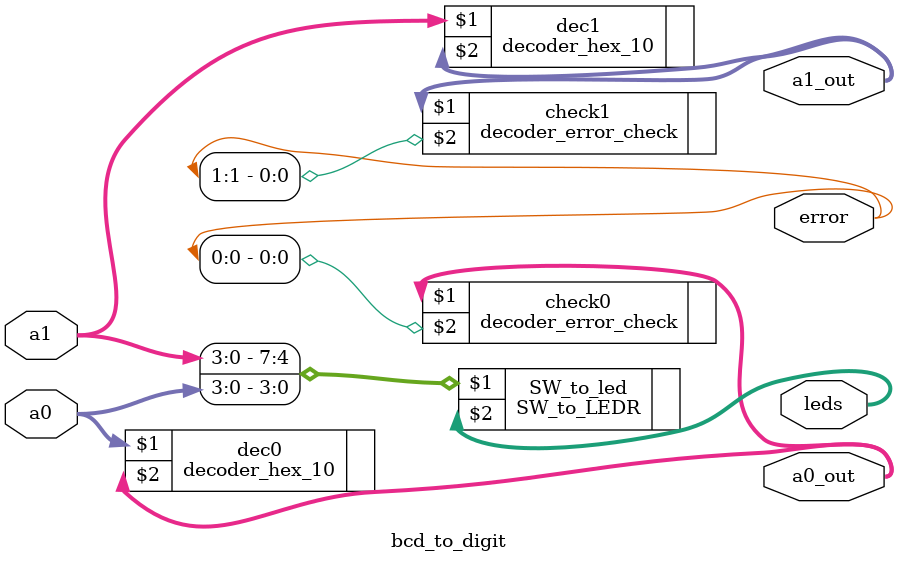
<source format=v>
module bcd_to_digit(input [3:0] a1, a0,
							output [1:0] error,
							output [7:0] leds,
							output [0:6] a1_out, a0_out);
	
	SW_to_LEDR#(8) SW_to_led({a1,a0}, leds[7:0]);
	
	decoder_hex_10 dec0(a0[3:0], a0_out[0:6]);	
	decoder_error_check check0(a0_out[0:6], error[0]);
	
	decoder_hex_10 dec1(a1[3:0], a1_out[0:6]);
	decoder_error_check check1(a1_out[0:6], error[1]);
		
endmodule 
</source>
